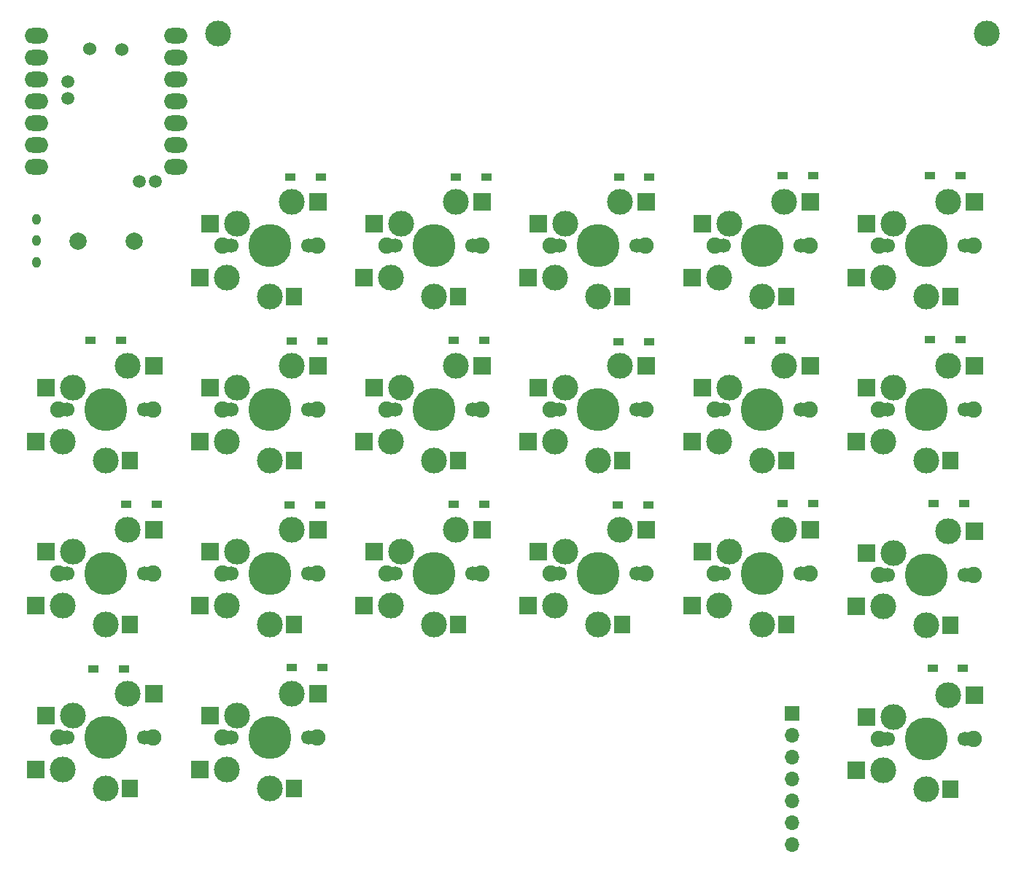
<source format=gbr>
%TF.GenerationSoftware,KiCad,Pcbnew,8.0.7*%
%TF.CreationDate,2025-05-03T19:39:34+09:00*%
%TF.ProjectId,cool642tb_R_with_tb,636f6f6c-3634-4327-9462-5f525f776974,rev?*%
%TF.SameCoordinates,Original*%
%TF.FileFunction,Soldermask,Bot*%
%TF.FilePolarity,Negative*%
%FSLAX46Y46*%
G04 Gerber Fmt 4.6, Leading zero omitted, Abs format (unit mm)*
G04 Created by KiCad (PCBNEW 8.0.7) date 2025-05-03 19:39:34*
%MOMM*%
%LPD*%
G01*
G04 APERTURE LIST*
%ADD10R,1.300000X0.950000*%
%ADD11C,1.900000*%
%ADD12C,1.700000*%
%ADD13C,3.000000*%
%ADD14C,5.000000*%
%ADD15R,2.000000X2.000000*%
%ADD16R,1.900000X2.000000*%
%ADD17O,1.000000X1.300000*%
%ADD18O,2.750000X1.800000*%
%ADD19C,1.500000*%
%ADD20C,1.524000*%
%ADD21R,1.700000X1.700000*%
%ADD22O,1.700000X1.700000*%
%ADD23C,2.000000*%
G04 APERTURE END LIST*
D10*
%TO.C,D7*%
X21375000Y-30010000D03*
X24925000Y-30010000D03*
%TD*%
%TO.C,D11*%
X40405000Y-30100000D03*
X43955000Y-30100000D03*
%TD*%
D11*
%TO.C,SW1*%
X-5500000Y0D03*
D12*
X-5080000Y0D03*
D13*
X-5000000Y-3700000D03*
D12*
X-4500000Y0D03*
D13*
X-3810000Y2540000D03*
D14*
X0Y0D03*
D13*
X0Y-5900000D03*
X2540000Y5080000D03*
D12*
X4500000Y0D03*
X5080000Y0D03*
D11*
X5500000Y0D03*
D15*
X-8100000Y-3700000D03*
X-6900000Y2540000D03*
D16*
X2800000Y-5900000D03*
D15*
X5600000Y5080000D03*
%TD*%
D10*
%TO.C,D20*%
X76935000Y-49060000D03*
X80485000Y-49060000D03*
%TD*%
D11*
%TO.C,SW8*%
X-24550000Y-38100000D03*
D12*
X-24130000Y-38100000D03*
D13*
X-24050000Y-41800000D03*
D12*
X-23550000Y-38100000D03*
D13*
X-22860000Y-35560000D03*
D14*
X-19050000Y-38100000D03*
D13*
X-19050000Y-44000000D03*
X-16510000Y-33020000D03*
D12*
X-14550000Y-38100000D03*
X-13970000Y-38100000D03*
D11*
X-13550000Y-38100000D03*
D15*
X-27150000Y-41800000D03*
X-25950000Y-35560000D03*
D16*
X-16250000Y-44000000D03*
D15*
X-13450000Y-33020000D03*
%TD*%
D10*
%TO.C,D13*%
X59535000Y8140000D03*
X63085000Y8140000D03*
%TD*%
D11*
%TO.C,SW15*%
X51650000Y-38100000D03*
D12*
X52070000Y-38100000D03*
D13*
X52150000Y-41800000D03*
D12*
X52650000Y-38100000D03*
D13*
X53340000Y-35560000D03*
D14*
X57150000Y-38100000D03*
D13*
X57150000Y-44000000D03*
X59690000Y-33020000D03*
D12*
X61650000Y-38100000D03*
X62230000Y-38100000D03*
D11*
X62650000Y-38100000D03*
D15*
X49050000Y-41800000D03*
X50250000Y-35560000D03*
D16*
X59950000Y-44000000D03*
D15*
X62750000Y-33020000D03*
%TD*%
D11*
%TO.C,SW16*%
X-5500000Y-57150000D03*
D12*
X-5080000Y-57150000D03*
D13*
X-5000000Y-60850000D03*
D12*
X-4500000Y-57150000D03*
D13*
X-3810000Y-54610000D03*
D14*
X0Y-57150000D03*
D13*
X0Y-63050000D03*
X2540000Y-52070000D03*
D12*
X4500000Y-57150000D03*
X5080000Y-57150000D03*
D11*
X5500000Y-57150000D03*
D15*
X-8100000Y-60850000D03*
X-6900000Y-54610000D03*
D16*
X2800000Y-63050000D03*
D15*
X5600000Y-52070000D03*
%TD*%
D17*
%TO.C,SW21*%
X-27100000Y-1890000D03*
X-27100000Y610000D03*
X-27100000Y3110000D03*
%TD*%
D11*
%TO.C,SW13*%
X51650000Y0D03*
D12*
X52070000Y0D03*
D13*
X52150000Y-3700000D03*
D12*
X52650000Y0D03*
D13*
X53340000Y2540000D03*
D14*
X57150000Y0D03*
D13*
X57150000Y-5900000D03*
X59690000Y5080000D03*
D12*
X61650000Y0D03*
X62230000Y0D03*
D11*
X62650000Y0D03*
D15*
X49050000Y-3700000D03*
X50250000Y2540000D03*
D16*
X59950000Y-5900000D03*
D15*
X62750000Y5080000D03*
%TD*%
D10*
%TO.C,D15*%
X59535000Y-29950000D03*
X63085000Y-29950000D03*
%TD*%
%TO.C,D1*%
X2385000Y8000000D03*
X5935000Y8000000D03*
%TD*%
%TO.C,D9*%
X40525000Y8000000D03*
X44075000Y8000000D03*
%TD*%
%TO.C,D17*%
X76665000Y8180000D03*
X80215000Y8180000D03*
%TD*%
%TO.C,D4*%
X-20815000Y-10950000D03*
X-17265000Y-10950000D03*
%TD*%
%TO.C,D16*%
X2555000Y-48970000D03*
X6105000Y-48970000D03*
%TD*%
D11*
%TO.C,SW17*%
X70700000Y0D03*
D12*
X71120000Y0D03*
D13*
X71200000Y-3700000D03*
D12*
X71700000Y0D03*
D13*
X72390000Y2540000D03*
D14*
X76200000Y0D03*
D13*
X76200000Y-5900000D03*
X78740000Y5080000D03*
D12*
X80700000Y0D03*
X81280000Y0D03*
D11*
X81700000Y0D03*
D15*
X68100000Y-3700000D03*
X69300000Y2540000D03*
D16*
X79000000Y-5900000D03*
D15*
X81800000Y5080000D03*
%TD*%
D10*
%TO.C,D3*%
X2330000Y-30130000D03*
X5880000Y-30130000D03*
%TD*%
%TO.C,D19*%
X77080000Y-29940000D03*
X80630000Y-29940000D03*
%TD*%
D11*
%TO.C,SW11*%
X32600000Y-38100000D03*
D12*
X33020000Y-38100000D03*
D13*
X33100000Y-41800000D03*
D12*
X33600000Y-38100000D03*
D13*
X34290000Y-35560000D03*
D14*
X38100000Y-38100000D03*
D13*
X38100000Y-44000000D03*
X40640000Y-33020000D03*
D12*
X42600000Y-38100000D03*
X43180000Y-38100000D03*
D11*
X43600000Y-38100000D03*
D15*
X30000000Y-41800000D03*
X31200000Y-35560000D03*
D16*
X40900000Y-44000000D03*
D15*
X43700000Y-33020000D03*
%TD*%
D11*
%TO.C,SW12*%
X-24550000Y-57150000D03*
D12*
X-24130000Y-57150000D03*
D13*
X-24050000Y-60850000D03*
D12*
X-23550000Y-57150000D03*
D13*
X-22860000Y-54610000D03*
D14*
X-19050000Y-57150000D03*
D13*
X-19050000Y-63050000D03*
X-16510000Y-52070000D03*
D12*
X-14550000Y-57150000D03*
X-13970000Y-57150000D03*
D11*
X-13550000Y-57150000D03*
D15*
X-27150000Y-60850000D03*
X-25950000Y-54610000D03*
D16*
X-16250000Y-63050000D03*
D15*
X-13450000Y-52070000D03*
%TD*%
D11*
%TO.C,SW19*%
X70700000Y-38200000D03*
D12*
X71120000Y-38200000D03*
D13*
X71200000Y-41900000D03*
D12*
X71700000Y-38200000D03*
D13*
X72390000Y-35660000D03*
D14*
X76200000Y-38200000D03*
D13*
X76200000Y-44100000D03*
X78740000Y-33120000D03*
D12*
X80700000Y-38200000D03*
X81280000Y-38200000D03*
D11*
X81700000Y-38200000D03*
D15*
X68100000Y-41900000D03*
X69300000Y-35660000D03*
D16*
X79000000Y-44100000D03*
D15*
X81800000Y-33120000D03*
%TD*%
D11*
%TO.C,SW20*%
X70700000Y-57250000D03*
D12*
X71120000Y-57250000D03*
D13*
X71200000Y-60950000D03*
D12*
X71700000Y-57250000D03*
D13*
X72390000Y-54710000D03*
D14*
X76200000Y-57250000D03*
D13*
X76200000Y-63150000D03*
X78740000Y-52170000D03*
D12*
X80700000Y-57250000D03*
X81280000Y-57250000D03*
D11*
X81700000Y-57250000D03*
D15*
X68100000Y-60950000D03*
X69300000Y-54710000D03*
D16*
X79000000Y-63150000D03*
D15*
X81800000Y-52170000D03*
%TD*%
D11*
%TO.C,SW3*%
X-5500000Y-38100000D03*
D12*
X-5080000Y-38100000D03*
D13*
X-5000000Y-41800000D03*
D12*
X-4500000Y-38100000D03*
D13*
X-3810000Y-35560000D03*
D14*
X0Y-38100000D03*
D13*
X0Y-44000000D03*
X2540000Y-33020000D03*
D12*
X4500000Y-38100000D03*
X5080000Y-38100000D03*
D11*
X5500000Y-38100000D03*
D15*
X-8100000Y-41800000D03*
X-6900000Y-35560000D03*
D16*
X2800000Y-44000000D03*
D15*
X5600000Y-33020000D03*
%TD*%
D10*
%TO.C,D10*%
X40465000Y-11150000D03*
X44015000Y-11150000D03*
%TD*%
D11*
%TO.C,SW7*%
X13550000Y-38100000D03*
D12*
X13970000Y-38100000D03*
D13*
X14050000Y-41800000D03*
D12*
X14550000Y-38100000D03*
D13*
X15240000Y-35560000D03*
D14*
X19050000Y-38100000D03*
D13*
X19050000Y-44000000D03*
X21590000Y-33020000D03*
D12*
X23550000Y-38100000D03*
X24130000Y-38100000D03*
D11*
X24550000Y-38100000D03*
D15*
X10950000Y-41800000D03*
X12150000Y-35560000D03*
D16*
X21850000Y-44000000D03*
D15*
X24650000Y-33020000D03*
%TD*%
D11*
%TO.C,SW10*%
X32600000Y-19050000D03*
D12*
X33020000Y-19050000D03*
D13*
X33100000Y-22750000D03*
D12*
X33600000Y-19050000D03*
D13*
X34290000Y-16510000D03*
D14*
X38100000Y-19050000D03*
D13*
X38100000Y-24950000D03*
X40640000Y-13970000D03*
D12*
X42600000Y-19050000D03*
X43180000Y-19050000D03*
D11*
X43600000Y-19050000D03*
D15*
X30000000Y-22750000D03*
X31200000Y-16510000D03*
D16*
X40900000Y-24950000D03*
D15*
X43700000Y-13970000D03*
%TD*%
D18*
%TO.C,U1*%
X-27110000Y24450000D03*
X-27110000Y21910000D03*
X-27110000Y19370000D03*
X-27110000Y16830000D03*
X-27110000Y14290000D03*
X-27110000Y11750000D03*
X-27110000Y9210000D03*
X-10870000Y9210000D03*
X-10870000Y11750000D03*
X-10870000Y14290000D03*
X-10870000Y16830000D03*
X-10870000Y19370000D03*
X-10870000Y21910000D03*
X-10870000Y24450000D03*
D19*
X-15154600Y7518000D03*
X-13275000Y7518000D03*
X-23435000Y17147000D03*
X-23435000Y19052000D03*
D20*
X-20870000Y22900000D03*
X-17150000Y22840000D03*
%TD*%
D10*
%TO.C,D2*%
X2535000Y-11080000D03*
X6085000Y-11080000D03*
%TD*%
D21*
%TO.C,J1*%
X60590000Y-54350000D03*
D22*
X60590000Y-56890000D03*
X60590000Y-59430000D03*
X60590000Y-61970000D03*
X60590000Y-64510000D03*
X60590000Y-67050000D03*
X60590000Y-69590000D03*
%TD*%
D10*
%TO.C,D6*%
X21375000Y-10980000D03*
X24925000Y-10980000D03*
%TD*%
D11*
%TO.C,SW5*%
X13550000Y0D03*
D12*
X13970000Y0D03*
D13*
X14050000Y-3700000D03*
D12*
X14550000Y0D03*
D13*
X15240000Y2540000D03*
D14*
X19050000Y0D03*
D13*
X19050000Y-5900000D03*
X21590000Y5080000D03*
D12*
X23550000Y0D03*
X24130000Y0D03*
D11*
X24550000Y0D03*
D15*
X10950000Y-3700000D03*
X12150000Y2540000D03*
D16*
X21850000Y-5900000D03*
D15*
X24650000Y5080000D03*
%TD*%
D11*
%TO.C,SW6*%
X13550000Y-19050000D03*
D12*
X13970000Y-19050000D03*
D13*
X14050000Y-22750000D03*
D12*
X14550000Y-19050000D03*
D13*
X15240000Y-16510000D03*
D14*
X19050000Y-19050000D03*
D13*
X19050000Y-24950000D03*
X21590000Y-13970000D03*
D12*
X23550000Y-19050000D03*
X24130000Y-19050000D03*
D11*
X24550000Y-19050000D03*
D15*
X10950000Y-22750000D03*
X12150000Y-16510000D03*
D16*
X21850000Y-24950000D03*
D15*
X24650000Y-13970000D03*
%TD*%
D11*
%TO.C,SW9*%
X32600000Y0D03*
D12*
X33020000Y0D03*
D13*
X33100000Y-3700000D03*
D12*
X33600000Y0D03*
D13*
X34290000Y2540000D03*
D14*
X38100000Y0D03*
D13*
X38100000Y-5900000D03*
X40640000Y5080000D03*
D12*
X42600000Y0D03*
X43180000Y0D03*
D11*
X43600000Y0D03*
D15*
X30000000Y-3700000D03*
X31200000Y2540000D03*
D16*
X40900000Y-5900000D03*
D15*
X43700000Y5080000D03*
%TD*%
D11*
%TO.C,SW4*%
X-24550000Y-19050000D03*
D12*
X-24130000Y-19050000D03*
D13*
X-24050000Y-22750000D03*
D12*
X-23550000Y-19050000D03*
D13*
X-22860000Y-16510000D03*
D14*
X-19050000Y-19050000D03*
D13*
X-19050000Y-24950000D03*
X-16510000Y-13970000D03*
D12*
X-14550000Y-19050000D03*
X-13970000Y-19050000D03*
D11*
X-13550000Y-19050000D03*
D15*
X-27150000Y-22750000D03*
X-25950000Y-16510000D03*
D16*
X-16250000Y-24950000D03*
D15*
X-13450000Y-13970000D03*
%TD*%
D10*
%TO.C,D8*%
X-16645000Y-29980000D03*
X-13095000Y-29980000D03*
%TD*%
D13*
%TO.C,BT1*%
X-6020000Y24670000D03*
X83250000Y24710000D03*
%TD*%
D10*
%TO.C,D14*%
X55715000Y-10930000D03*
X59265000Y-10930000D03*
%TD*%
%TO.C,D12*%
X-20465000Y-49140000D03*
X-16915000Y-49140000D03*
%TD*%
%TO.C,D5*%
X21635000Y8040000D03*
X25185000Y8040000D03*
%TD*%
D23*
%TO.C,SW22*%
X-15770000Y580000D03*
X-22270000Y580000D03*
%TD*%
D11*
%TO.C,SW2*%
X-5500000Y-19050000D03*
D12*
X-5080000Y-19050000D03*
D13*
X-5000000Y-22750000D03*
D12*
X-4500000Y-19050000D03*
D13*
X-3810000Y-16510000D03*
D14*
X0Y-19050000D03*
D13*
X0Y-24950000D03*
X2540000Y-13970000D03*
D12*
X4500000Y-19050000D03*
X5080000Y-19050000D03*
D11*
X5500000Y-19050000D03*
D15*
X-8100000Y-22750000D03*
X-6900000Y-16510000D03*
D16*
X2800000Y-24950000D03*
D15*
X5600000Y-13970000D03*
%TD*%
D11*
%TO.C,SW18*%
X70700000Y-19050000D03*
D12*
X71120000Y-19050000D03*
D13*
X71200000Y-22750000D03*
D12*
X71700000Y-19050000D03*
D13*
X72390000Y-16510000D03*
D14*
X76200000Y-19050000D03*
D13*
X76200000Y-24950000D03*
X78740000Y-13970000D03*
D12*
X80700000Y-19050000D03*
X81280000Y-19050000D03*
D11*
X81700000Y-19050000D03*
D15*
X68100000Y-22750000D03*
X69300000Y-16510000D03*
D16*
X79000000Y-24950000D03*
D15*
X81800000Y-13970000D03*
%TD*%
D11*
%TO.C,SW14*%
X51650000Y-19050000D03*
D12*
X52070000Y-19050000D03*
D13*
X52150000Y-22750000D03*
D12*
X52650000Y-19050000D03*
D13*
X53340000Y-16510000D03*
D14*
X57150000Y-19050000D03*
D13*
X57150000Y-24950000D03*
X59690000Y-13970000D03*
D12*
X61650000Y-19050000D03*
X62230000Y-19050000D03*
D11*
X62650000Y-19050000D03*
D15*
X49050000Y-22750000D03*
X50250000Y-16510000D03*
D16*
X59950000Y-24950000D03*
D15*
X62750000Y-13970000D03*
%TD*%
D10*
%TO.C,D18*%
X76635000Y-10860000D03*
X80185000Y-10860000D03*
%TD*%
M02*

</source>
